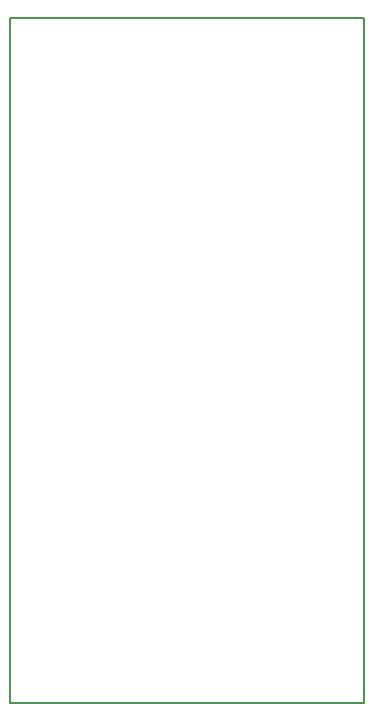
<source format=gbr>
G04 #@! TF.FileFunction,Profile,NP*
%FSLAX46Y46*%
G04 Gerber Fmt 4.6, Leading zero omitted, Abs format (unit mm)*
G04 Created by KiCad (PCBNEW 4.0.7) date 04/23/18 08:39:13*
%MOMM*%
%LPD*%
G01*
G04 APERTURE LIST*
%ADD10C,0.100000*%
%ADD11C,0.150000*%
G04 APERTURE END LIST*
D10*
D11*
X0Y0D02*
X30000000Y0D01*
X0Y-58000000D02*
X0Y0D01*
X30000000Y-58000000D02*
X0Y-58000000D01*
X30000000Y0D02*
X30000000Y-58000000D01*
M02*

</source>
